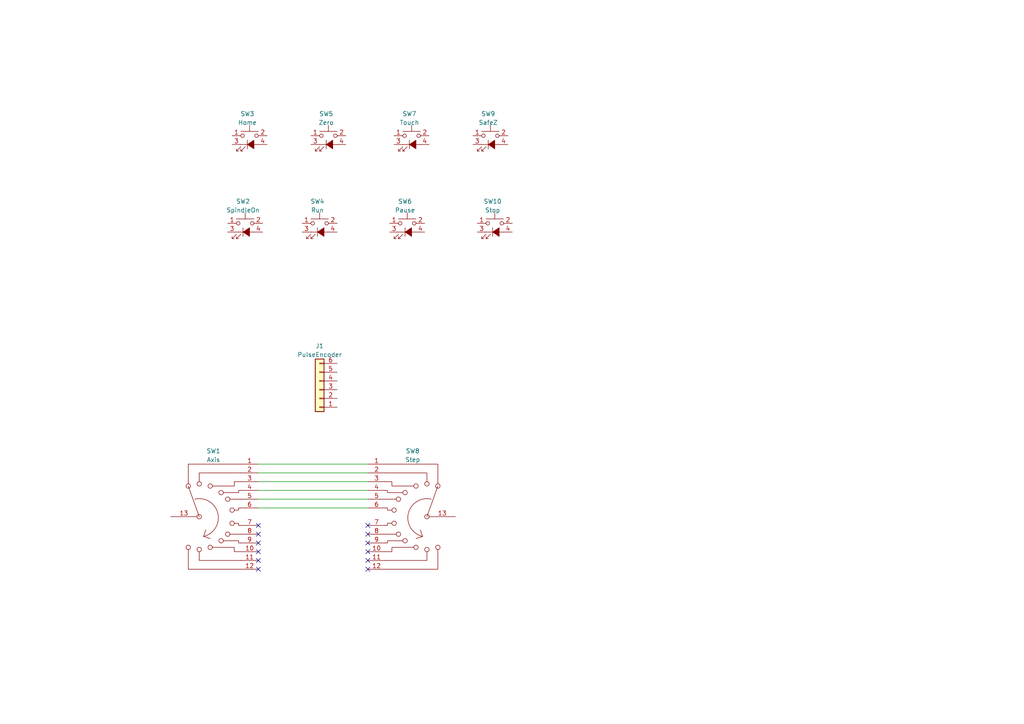
<source format=kicad_sch>
(kicad_sch (version 20231120) (generator "eeschema") (generator_version "8.0")
  (paper "A4")
  (lib_symbols
    (symbol "Connector_Generic:Conn_01x06" (pin_names (offset 1.016) hide)
      (property "Reference" "J" (at 0 7.62 0))
      (property "Value" "Conn_01x06" (at 0 -10.16 0))
      (symbol "Conn_01x06_1_1"
        (rectangle (start -1.27 -7.493) (end 0 -7.747) (stroke (width 0.1524)))
        (rectangle (start -1.27 -4.953) (end 0 -5.207) (stroke (width 0.1524)))
        (rectangle (start -1.27 -2.413) (end 0 -2.667) (stroke (width 0.1524)))
        (rectangle (start -1.27 0.127) (end 0 -0.127) (stroke (width 0.1524)))
        (rectangle (start -1.27 2.667) (end 0 2.413) (stroke (width 0.1524)))
        (rectangle (start -1.27 5.207) (end 0 4.953) (stroke (width 0.1524)))
        (rectangle (start -1.27 6.35) (end 1.27 -8.89) (stroke (width 0.254)) (fill (type background)))
        (pin passive line (at -5.08 5.08 0) (length 3.81) (name "Pin_1") (number "1"))
        (pin passive line (at -5.08 2.54 0) (length 3.81) (name "Pin_2") (number "2"))
        (pin passive line (at -5.08 0 0) (length 3.81) (name "Pin_3") (number "3"))
        (pin passive line (at -5.08 -2.54 0) (length 3.81) (name "Pin_4") (number "4"))
        (pin passive line (at -5.08 -5.08 0) (length 3.81) (name "Pin_5") (number "5"))
        (pin passive line (at -5.08 -7.62 0) (length 3.81) (name "Pin_6") (number "6"))
      )
    )
    (symbol "Switch:SW_Push_LED" (pin_names (offset 1.016) hide)
      (property "Reference" "SW" (at 0.635 5.715 0))
      (property "Value" "SW_Push_LED" (at 0 -3.175 0))
      (symbol "SW_Push_LED_0_0"
        (polyline (pts (xy -3.81 -1.905) (xy -2.54 -0.635)))
        (polyline (pts (xy -2.54 -1.905) (xy -1.27 -0.635)))
        (polyline (pts (xy -2.54 0) (xy 2.54 0)))
        (polyline (pts (xy -0.635 1.27) (xy -0.635 -1.27)))
        (polyline (pts (xy -3.81 -1.27) (xy -3.81 -1.905) (xy -3.175 -1.905)))
        (polyline (pts (xy -2.54 -1.27) (xy -2.54 -1.905) (xy -1.905 -1.905)))
        (polyline (pts (xy -0.635 0) (xy 1.27 1.27) (xy 1.27 -1.27) (xy -0.635 0)) (fill (type outline)))
      )
      (symbol "SW_Push_LED_0_1"
        (circle (center -2.032 2.54) (radius 0.508))
        (polyline (pts (xy 0 3.81) (xy 0 5.588)))
        (polyline (pts (xy 2.54 3.81) (xy -2.54 3.81)))
        (circle (center 2.032 2.54) (radius 0.508))
        (pin passive line (at -5.08 2.54 0) (length 2.54) (name "1") (number "1"))
        (pin passive line (at 5.08 2.54 180) (length 2.54) (name "2") (number "2"))
        (pin passive line (at -5.08 0 0) (length 2.54) (name "K") (number "3"))
        (pin passive line (at 5.08 0 180) (length 2.54) (name "A") (number "4"))
      )
    )
    (symbol "Switch:SW_Rotary12" (pin_names (offset 1.016) hide)
      (property "Reference" "SW" (at 0 17.78 0))
      (property "Value" "SW_Rotary12" (at 0 -17.78 0))
      (symbol "SW_Rotary12_0_0"
        (circle (center -10.16 -8.89) (radius 0.635))
        (circle (center -10.16 8.89) (radius 0.635))
        (circle (center -6.985 -9.525) (radius 0.635))
        (circle (center -6.985 0) (radius 0.635))
        (circle (center -6.985 9.525) (radius 0.635))
        (arc (start -5.715 -5.715) (mid -1.5995 0.937) (end -8.255 5.08))
        (circle (center -3.81 -8.89) (radius 0.635))
        (circle (center -3.81 8.89) (radius 0.635))
        (circle (center -0.635 -6.985) (radius 0.635))
        (circle (center -0.635 6.985) (radius 0.635))
        (polyline (pts (xy -6.985 0) (xy -10.16 8.89)))
        (polyline (pts (xy -5.715 -5.715) (xy -5.08 -3.81)))
        (polyline (pts (xy -5.715 -5.715) (xy -3.81 -6.35)))
        (polyline (pts (xy 1.905 -5.08) (xy 5.08 -5.08)))
        (polyline (pts (xy 1.905 5.08) (xy 5.08 5.08)))
        (polyline (pts (xy -10.16 -9.525) (xy -10.16 -15.24) (xy 5.08 -15.24)))
        (polyline (pts (xy -10.16 9.525) (xy -10.16 15.24) (xy 5.08 15.24)))
        (polyline (pts (xy -6.985 -10.16) (xy -6.985 -12.7) (xy 5.08 -12.7)))
        (polyline (pts (xy -6.985 10.16) (xy -6.985 12.7) (xy 5.08 12.7)))
        (polyline (pts (xy -3.175 -8.89) (xy 3.175 -8.89) (xy 3.175 -10.16) (xy 5.08 -10.16)))
        (polyline (pts (xy -3.175 8.89) (xy 3.175 8.89) (xy 3.175 10.16) (xy 5.08 10.16)))
        (polyline (pts (xy 0 -6.985) (xy 4.445 -6.985) (xy 4.445 -7.62) (xy 5.08 -7.62)))
        (polyline (pts (xy 0 6.985) (xy 4.445 6.985) (xy 4.445 7.62) (xy 5.08 7.62)))
        (polyline (pts (xy 3.175 -1.905) (xy 4.445 -1.905) (xy 4.445 -2.54) (xy 5.08 -2.54)))
        (polyline (pts (xy 3.175 1.905) (xy 4.445 1.905) (xy 4.445 2.54) (xy 5.08 2.54)))
        (circle (center 1.27 -5.08) (radius 0.635))
        (circle (center 1.27 5.08) (radius 0.635))
        (circle (center 2.54 -1.905) (radius 0.635))
        (circle (center 2.54 1.905) (radius 0.635))
      )
      (symbol "SW_Rotary12_0_1"
        (pin passive line (at 10.16 15.24 180) (length 5.08) (name "1") (number "1"))
        (pin passive line (at 10.16 -10.16 180) (length 5.08) (name "10") (number "10"))
        (pin passive line (at 10.16 -12.7 180) (length 5.08) (name "11") (number "11"))
        (pin passive line (at 10.16 -15.24 180) (length 5.08) (name "12") (number "12"))
        (pin passive line (at -15.24 0 0) (length 7.62) (name "13") (number "13"))
        (pin passive line (at 10.16 12.7 180) (length 5.08) (name "2") (number "2"))
        (pin passive line (at 10.16 10.16 180) (length 5.08) (name "3") (number "3"))
        (pin passive line (at 10.16 7.62 180) (length 5.08) (name "4") (number "4"))
        (pin passive line (at 10.16 5.08 180) (length 5.08) (name "5") (number "5"))
        (pin passive line (at 10.16 2.54 180) (length 5.08) (name "6") (number "6"))
        (pin passive line (at 10.16 -2.54 180) (length 5.08) (name "7") (number "7"))
        (pin passive line (at 10.16 -5.08 180) (length 5.08) (name "8") (number "8"))
        (pin passive line (at 10.16 -7.62 180) (length 5.08) (name "9") (number "9"))
      )
    )
  )
  (no_connect (at 74.93 162.56))
  (no_connect (at 106.68 152.4))
  (no_connect (at 106.68 162.56))
  (no_connect (at 106.68 165.1))
  (no_connect (at 106.68 154.94))
  (no_connect (at 74.93 157.48))
  (no_connect (at 74.93 160.02))
  (no_connect (at 74.93 152.4))
  (no_connect (at 106.68 157.48))
  (no_connect (at 74.93 165.1))
  (no_connect (at 106.68 160.02))
  (no_connect (at 74.93 154.94))
  (wire (pts (xy 74.93 139.7) (xy 106.68 139.7)))
  (wire (pts (xy 74.93 137.16) (xy 106.68 137.16)))
  (wire (pts (xy 74.93 144.78) (xy 106.68 144.78)))
  (wire (pts (xy 74.93 134.62) (xy 106.68 134.62)))
  (wire (pts (xy 74.93 142.24) (xy 106.68 142.24)))
  (wire (pts (xy 74.93 147.32) (xy 106.68 147.32)))
  (symbol (lib_id "Switch:SW_Push_LED") (at 119.38 41.91 0) (unit 1)
    (property "Reference" "SW7" (at 118.745 33.02 0))
    (property "Value" "Touch" (at 118.745 35.56 0))
  )
  (symbol (lib_id "Switch:SW_Push_LED") (at 92.71 67.31 0) (unit 1)
    (property "Reference" "SW4" (at 92.075 58.42 0))
    (property "Value" "Run" (at 92.075 60.96 0))
  )
  (symbol (lib_id "Switch:SW_Rotary12") (at 64.77 149.86 0) (unit 1)
    (property "Reference" "SW1" (at 61.9125 130.81 0))
    (property "Value" "Axis" (at 61.9125 133.35 0))
    (property "Datasheet" "http://cdn-reichelt.de/documents/datenblatt/C200/DS-Serie%23LOR.pdf" (effects (hide yes)))
  )
  (symbol (lib_id "Switch:SW_Rotary12") (at 116.84 149.86 0) (mirror y) (unit 1)
    (property "Reference" "SW8" (at 119.6975 130.81 0))
    (property "Value" "Step" (at 119.6975 133.35 0))
    (property "Datasheet" "http://cdn-reichelt.de/documents/datenblatt/C200/DS-Serie%23LOR.pdf" (effects (hide yes)))
  )
  (symbol (lib_id "Connector_Generic:Conn_01x06") (at 92.71 113.03 180) (unit 1)
    (property "Reference" "J1" (at 92.71 100.33 0))
    (property "Value" "PulseEncoder" (at 92.71 102.87 0))
  )
  (symbol (lib_id "Switch:SW_Push_LED") (at 71.12 67.31 0) (unit 1)
    (property "Reference" "SW2" (at 70.485 58.42 0))
    (property "Value" "SpindleOn" (at 70.485 60.96 0))
  )
  (symbol (lib_id "Switch:SW_Push_LED") (at 142.24 41.91 0) (unit 1)
    (property "Reference" "SW9" (at 141.605 33.02 0))
    (property "Value" "SafeZ" (at 141.605 35.56 0))
  )
  (symbol (lib_id "Switch:SW_Push_LED") (at 95.25 41.91 0) (unit 1)
    (property "Reference" "SW5" (at 94.615 33.02 0))
    (property "Value" "Zero" (at 94.615 35.56 0))
  )
  (symbol (lib_id "Switch:SW_Push_LED") (at 118.11 67.31 0) (unit 1)
    (property "Reference" "SW6" (at 117.475 58.42 0))
    (property "Value" "Pause" (at 117.475 60.96 0))
  )
  (symbol (lib_id "Switch:SW_Push_LED") (at 143.51 67.31 0) (unit 1)
    (property "Reference" "SW10" (at 142.875 58.42 0))
    (property "Value" "Stop" (at 142.875 60.96 0))
  )
  (symbol (lib_id "Switch:SW_Push_LED") (at 72.39 41.91 0) (unit 1)
    (property "Reference" "SW3" (at 71.755 33.02 0))
    (property "Value" "Home" (at 71.755 35.56 0))
  )
)
</source>
